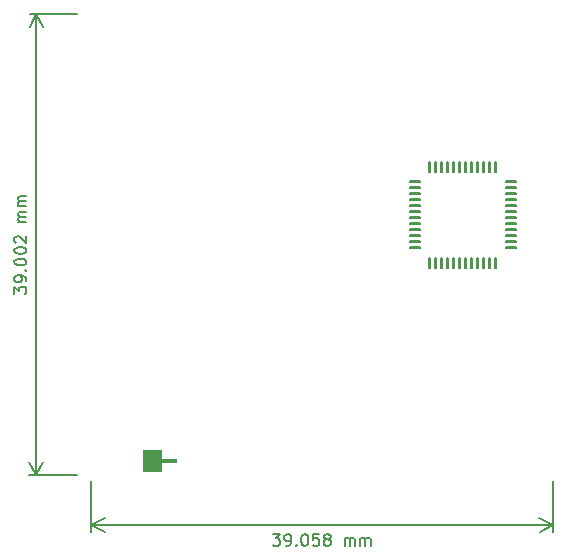
<source format=gbr>
G04 #@! TF.GenerationSoftware,KiCad,Pcbnew,5.1.7-a382d34a8~88~ubuntu18.04.1*
G04 #@! TF.CreationDate,2021-12-09T23:06:50+05:30*
G04 #@! TF.ProjectId,FrontEnd_switch_Normal_v2,46726f6e-7445-46e6-945f-737769746368,rev?*
G04 #@! TF.SameCoordinates,Original*
G04 #@! TF.FileFunction,OtherDrawing,Comment*
%FSLAX46Y46*%
G04 Gerber Fmt 4.6, Leading zero omitted, Abs format (unit mm)*
G04 Created by KiCad (PCBNEW 5.1.7-a382d34a8~88~ubuntu18.04.1) date 2021-12-09 23:06:50*
%MOMM*%
%LPD*%
G01*
G04 APERTURE LIST*
%ADD10C,0.150000*%
%ADD11C,0.010000*%
G04 APERTURE END LIST*
D10*
X111401211Y-123869265D02*
X112020259Y-123869185D01*
X111686975Y-124250181D01*
X111829832Y-124250162D01*
X111925076Y-124297769D01*
X111972702Y-124345382D01*
X112020333Y-124440614D01*
X112020364Y-124678709D01*
X111972757Y-124773953D01*
X111925145Y-124821578D01*
X111829913Y-124869210D01*
X111544198Y-124869247D01*
X111448954Y-124821640D01*
X111401329Y-124774027D01*
X112496579Y-124869123D02*
X112687055Y-124869098D01*
X112782287Y-124821467D01*
X112829900Y-124773842D01*
X112925120Y-124630972D01*
X112972714Y-124440490D01*
X112972664Y-124059537D01*
X112925033Y-123964305D01*
X112877408Y-123916693D01*
X112782163Y-123869086D01*
X112591687Y-123869111D01*
X112496455Y-123916742D01*
X112448843Y-123964367D01*
X112401236Y-124059612D01*
X112401267Y-124297707D01*
X112448898Y-124392939D01*
X112496524Y-124440552D01*
X112591768Y-124488158D01*
X112782244Y-124488133D01*
X112877476Y-124440502D01*
X112925089Y-124392877D01*
X112972695Y-124297633D01*
X113401329Y-124773767D02*
X113448954Y-124821380D01*
X113401341Y-124869005D01*
X113353716Y-124821392D01*
X113401329Y-124773767D01*
X113401341Y-124869005D01*
X114067878Y-123868919D02*
X114163116Y-123868906D01*
X114258360Y-123916513D01*
X114305985Y-123964126D01*
X114353617Y-124059358D01*
X114401261Y-124249828D01*
X114401292Y-124487923D01*
X114353697Y-124678405D01*
X114306091Y-124773650D01*
X114258478Y-124821275D01*
X114163246Y-124868906D01*
X114068008Y-124868919D01*
X113972764Y-124821312D01*
X113925138Y-124773699D01*
X113877507Y-124678467D01*
X113829863Y-124487997D01*
X113829832Y-124249902D01*
X113877426Y-124059420D01*
X113925033Y-123964175D01*
X113972646Y-123916550D01*
X114067878Y-123868919D01*
X115305973Y-123868758D02*
X114829783Y-123868820D01*
X114782225Y-124345016D01*
X114829838Y-124297391D01*
X114925070Y-124249760D01*
X115163165Y-124249729D01*
X115258410Y-124297335D01*
X115306035Y-124344948D01*
X115353666Y-124440180D01*
X115353697Y-124678275D01*
X115306091Y-124773520D01*
X115258478Y-124821145D01*
X115163246Y-124868776D01*
X114925151Y-124868807D01*
X114829906Y-124821200D01*
X114782281Y-124773588D01*
X115925076Y-124297249D02*
X115829832Y-124249642D01*
X115782207Y-124202029D01*
X115734575Y-124106797D01*
X115734569Y-124059178D01*
X115782176Y-123963934D01*
X115829789Y-123916309D01*
X115925021Y-123868677D01*
X116115497Y-123868652D01*
X116210741Y-123916259D01*
X116258366Y-123963872D01*
X116305998Y-124059104D01*
X116306004Y-124106723D01*
X116258397Y-124201967D01*
X116210784Y-124249592D01*
X116115553Y-124297224D01*
X115925076Y-124297249D01*
X115829844Y-124344880D01*
X115782232Y-124392505D01*
X115734625Y-124487749D01*
X115734650Y-124678226D01*
X115782281Y-124773458D01*
X115829906Y-124821070D01*
X115925151Y-124868677D01*
X116115627Y-124868652D01*
X116210859Y-124821021D01*
X116258472Y-124773396D01*
X116306078Y-124678151D01*
X116306053Y-124487675D01*
X116258422Y-124392443D01*
X116210797Y-124344830D01*
X116115553Y-124297224D01*
X117496579Y-124868473D02*
X117496493Y-124201806D01*
X117496505Y-124297044D02*
X117544118Y-124249419D01*
X117639350Y-124201787D01*
X117782207Y-124201769D01*
X117877451Y-124249376D01*
X117925083Y-124344607D01*
X117925151Y-124868417D01*
X117925083Y-124344607D02*
X117972689Y-124249363D01*
X118067921Y-124201732D01*
X118210778Y-124201713D01*
X118306023Y-124249320D01*
X118353654Y-124344552D01*
X118353722Y-124868361D01*
X118829913Y-124868299D02*
X118829826Y-124201633D01*
X118829838Y-124296871D02*
X118877451Y-124249245D01*
X118972683Y-124201614D01*
X119115540Y-124201595D01*
X119210784Y-124249202D01*
X119258416Y-124344434D01*
X119258484Y-124868244D01*
X119258416Y-124344434D02*
X119306023Y-124249190D01*
X119401254Y-124201558D01*
X119544112Y-124201540D01*
X119639356Y-124249146D01*
X119686987Y-124344378D01*
X119687055Y-124868188D01*
X96062800Y-123118880D02*
X135120380Y-123113800D01*
X96062313Y-119377452D02*
X96062876Y-123705301D01*
X135119893Y-119372372D02*
X135120456Y-123700221D01*
X135120380Y-123113800D02*
X133993953Y-123700367D01*
X135120380Y-123113800D02*
X133993800Y-122527526D01*
X96062800Y-123118880D02*
X97189380Y-123705154D01*
X96062800Y-123118880D02*
X97189227Y-122532313D01*
X89535221Y-103549780D02*
X89535785Y-102930732D01*
X89916434Y-103264413D01*
X89916564Y-103121556D01*
X89964270Y-103026361D01*
X90011932Y-102978785D01*
X90107214Y-102931253D01*
X90345309Y-102931470D01*
X90440504Y-102979176D01*
X90488079Y-103026839D01*
X90535611Y-103122120D01*
X90535351Y-103407834D01*
X90487645Y-103503029D01*
X90439983Y-103550605D01*
X90536219Y-102455454D02*
X90536393Y-102264978D01*
X90488861Y-102169696D01*
X90441285Y-102122034D01*
X90298515Y-102026665D01*
X90108082Y-101978873D01*
X89727130Y-101978525D01*
X89631848Y-102026058D01*
X89584186Y-102073633D01*
X89536480Y-102168828D01*
X89536306Y-102359304D01*
X89583839Y-102454585D01*
X89631414Y-102502248D01*
X89726609Y-102549954D01*
X89964704Y-102550171D01*
X90059985Y-102502639D01*
X90107648Y-102455063D01*
X90155354Y-102359868D01*
X90155527Y-102169392D01*
X90107995Y-102074111D01*
X90060420Y-102026448D01*
X89965225Y-101978742D01*
X90441806Y-101550605D02*
X90489468Y-101503030D01*
X90537044Y-101550692D01*
X90489382Y-101598268D01*
X90441806Y-101550605D01*
X90537044Y-101550692D01*
X89537652Y-100883114D02*
X89537739Y-100787876D01*
X89585445Y-100692681D01*
X89633107Y-100645106D01*
X89728389Y-100597574D01*
X89918908Y-100550128D01*
X90157004Y-100550345D01*
X90347436Y-100598138D01*
X90442631Y-100645844D01*
X90490207Y-100693506D01*
X90537739Y-100788788D01*
X90537652Y-100884026D01*
X90489946Y-100979220D01*
X90442284Y-101026796D01*
X90347002Y-101074328D01*
X90156483Y-101121774D01*
X89918387Y-101121557D01*
X89727955Y-101073764D01*
X89632760Y-101026058D01*
X89585185Y-100978396D01*
X89537652Y-100883114D01*
X89538521Y-99930734D02*
X89538608Y-99835495D01*
X89586313Y-99740301D01*
X89633976Y-99692725D01*
X89729257Y-99645193D01*
X89919777Y-99597748D01*
X90157872Y-99597965D01*
X90348305Y-99645757D01*
X90443499Y-99693463D01*
X90491075Y-99741126D01*
X90538607Y-99836407D01*
X90538520Y-99931645D01*
X90490814Y-100026840D01*
X90443152Y-100074416D01*
X90347870Y-100121948D01*
X90157351Y-100169393D01*
X89919256Y-100169176D01*
X89728823Y-100121383D01*
X89633628Y-100073677D01*
X89586053Y-100026015D01*
X89538521Y-99930734D01*
X89634410Y-99216535D02*
X89586834Y-99168873D01*
X89539302Y-99073591D01*
X89539519Y-98835496D01*
X89587225Y-98740301D01*
X89634888Y-98692726D01*
X89730169Y-98645193D01*
X89825407Y-98645280D01*
X89968221Y-98693030D01*
X90539128Y-99264979D01*
X90539693Y-98645932D01*
X90540778Y-97455456D02*
X89874112Y-97454848D01*
X89969350Y-97454935D02*
X89921774Y-97407272D01*
X89874242Y-97311991D01*
X89874372Y-97169134D01*
X89922078Y-97073939D01*
X90017359Y-97026407D01*
X90541169Y-97026885D01*
X90017359Y-97026407D02*
X89922165Y-96978701D01*
X89874633Y-96883420D01*
X89874763Y-96740563D01*
X89922469Y-96645368D01*
X90017750Y-96597836D01*
X90541559Y-96598313D01*
X90541994Y-96122123D02*
X89875327Y-96121515D01*
X89970565Y-96121602D02*
X89922990Y-96073940D01*
X89875457Y-95978658D01*
X89875588Y-95835801D01*
X89923294Y-95740606D01*
X90018575Y-95693074D01*
X90542384Y-95693552D01*
X90018575Y-95693074D02*
X89923380Y-95645368D01*
X89875848Y-95550087D01*
X89875978Y-95407230D01*
X89923684Y-95312035D01*
X90018966Y-95264503D01*
X90542775Y-95264981D01*
X91368880Y-118861840D02*
X91404440Y-79860140D01*
X94833859Y-118864999D02*
X90782460Y-118861305D01*
X94869419Y-79863299D02*
X90818020Y-79859605D01*
X91404440Y-79860140D02*
X91989833Y-80987178D01*
X91404440Y-79860140D02*
X90816992Y-80986109D01*
X91368880Y-118861840D02*
X91956328Y-117735871D01*
X91368880Y-118861840D02*
X90783487Y-117734802D01*
D11*
G36*
X100464000Y-118538000D02*
G01*
X101954000Y-118538000D01*
X101954000Y-117798000D01*
X103204000Y-117798000D01*
X103204000Y-117488000D01*
X101954000Y-117488000D01*
X101954000Y-116748000D01*
X100464000Y-116748000D01*
X100464000Y-118538000D01*
G37*
X100464000Y-118538000D02*
X101954000Y-118538000D01*
X101954000Y-117798000D01*
X103204000Y-117798000D01*
X103204000Y-117488000D01*
X101954000Y-117488000D01*
X101954000Y-116748000D01*
X100464000Y-116748000D01*
X100464000Y-118538000D01*
G36*
X100464000Y-118538000D02*
G01*
X101954000Y-118538000D01*
X101954000Y-117798000D01*
X103204000Y-117798000D01*
X103204000Y-117488000D01*
X101954000Y-117488000D01*
X101954000Y-116748000D01*
X100464000Y-116748000D01*
X100464000Y-118538000D01*
G37*
X100464000Y-118538000D02*
X101954000Y-118538000D01*
X101954000Y-117798000D01*
X103204000Y-117798000D01*
X103204000Y-117488000D01*
X101954000Y-117488000D01*
X101954000Y-116748000D01*
X100464000Y-116748000D01*
X100464000Y-118538000D01*
D10*
X131134000Y-99093700D02*
X131134000Y-99173700D01*
X131984000Y-99173700D01*
X131984000Y-99093700D01*
X131134000Y-99093700D01*
X130249000Y-92358700D02*
X130249000Y-93208700D01*
X130329000Y-93208700D01*
X130329000Y-92358700D01*
X130249000Y-92358700D01*
X129741000Y-92358700D02*
X129741000Y-93208700D01*
X129821000Y-93208700D01*
X129821000Y-92358700D01*
X129741000Y-92358700D01*
X129233000Y-92358700D02*
X129233000Y-93208700D01*
X129313000Y-93208700D01*
X129313000Y-92358700D01*
X129233000Y-92358700D01*
X128725000Y-92358700D02*
X128725000Y-93208700D01*
X128805000Y-93208700D01*
X128805000Y-92358700D01*
X128725000Y-92358700D01*
X128217000Y-92358700D02*
X128217000Y-93208700D01*
X128297000Y-93208700D01*
X128297000Y-92358700D01*
X128217000Y-92358700D01*
X127709000Y-92358700D02*
X127709000Y-93208700D01*
X127789000Y-93208700D01*
X127789000Y-92358700D01*
X127709000Y-92358700D01*
X127201000Y-92358700D02*
X127201000Y-93208700D01*
X127281000Y-93208700D01*
X127281000Y-92358700D01*
X127201000Y-92358700D01*
X126693000Y-92358700D02*
X126693000Y-93208700D01*
X126773000Y-93208700D01*
X126773000Y-92358700D01*
X126693000Y-92358700D01*
X126185000Y-92358700D02*
X126185000Y-93208700D01*
X126265000Y-93208700D01*
X126265000Y-92358700D01*
X126185000Y-92358700D01*
X125677000Y-92358700D02*
X125677000Y-93208700D01*
X125757000Y-93208700D01*
X125757000Y-92358700D01*
X125677000Y-92358700D01*
X125169000Y-92358700D02*
X125169000Y-93208700D01*
X125249000Y-93208700D01*
X125249000Y-92358700D01*
X125169000Y-92358700D01*
X124661000Y-92358700D02*
X124661000Y-93208700D01*
X124741000Y-93208700D01*
X124741000Y-92358700D01*
X124661000Y-92358700D01*
X123006000Y-94013700D02*
X123006000Y-94093700D01*
X123856000Y-94093700D01*
X123856000Y-94013700D01*
X123006000Y-94013700D01*
X123006000Y-94521700D02*
X123006000Y-94601700D01*
X123856000Y-94601700D01*
X123856000Y-94521700D01*
X123006000Y-94521700D01*
X123006000Y-95537700D02*
X123006000Y-95617700D01*
X123856000Y-95617700D01*
X123856000Y-95537700D01*
X123006000Y-95537700D01*
X123006000Y-96045700D02*
X123006000Y-96125700D01*
X123856000Y-96125700D01*
X123856000Y-96045700D01*
X123006000Y-96045700D01*
X123006000Y-96553700D02*
X123006000Y-96633700D01*
X123856000Y-96633700D01*
X123856000Y-96553700D01*
X123006000Y-96553700D01*
X123006000Y-97061700D02*
X123006000Y-97141700D01*
X123856000Y-97141700D01*
X123856000Y-97061700D01*
X123006000Y-97061700D01*
X123006000Y-97569700D02*
X123006000Y-97649700D01*
X123856000Y-97649700D01*
X123856000Y-97569700D01*
X123006000Y-97569700D01*
X123006000Y-98077700D02*
X123006000Y-98157700D01*
X123856000Y-98157700D01*
X123856000Y-98077700D01*
X123006000Y-98077700D01*
X123006000Y-98585700D02*
X123006000Y-98665700D01*
X123856000Y-98665700D01*
X123856000Y-98585700D01*
X123006000Y-98585700D01*
X123006000Y-99093700D02*
X123006000Y-99173700D01*
X123856000Y-99173700D01*
X123856000Y-99093700D01*
X123006000Y-99093700D01*
X123006000Y-99601700D02*
X123006000Y-99681700D01*
X123856000Y-99681700D01*
X123856000Y-99601700D01*
X123006000Y-99601700D01*
X125169000Y-100486700D02*
X125169000Y-101336700D01*
X125249000Y-101336700D01*
X125249000Y-100486700D01*
X125169000Y-100486700D01*
X125677000Y-100486700D02*
X125677000Y-101336700D01*
X125757000Y-101336700D01*
X125757000Y-100486700D01*
X125677000Y-100486700D01*
X126185000Y-100486700D02*
X126185000Y-101336700D01*
X126265000Y-101336700D01*
X126265000Y-100486700D01*
X126185000Y-100486700D01*
X126693000Y-100486700D02*
X126693000Y-101336700D01*
X126773000Y-101336700D01*
X126773000Y-100486700D01*
X126693000Y-100486700D01*
X127201000Y-100486700D02*
X127201000Y-101336700D01*
X127281000Y-101336700D01*
X127281000Y-100486700D01*
X127201000Y-100486700D01*
X127709000Y-100486700D02*
X127709000Y-101336700D01*
X127789000Y-101336700D01*
X127789000Y-100486700D01*
X127709000Y-100486700D01*
X128217000Y-100486700D02*
X128217000Y-101336700D01*
X128297000Y-101336700D01*
X128297000Y-100486700D01*
X128217000Y-100486700D01*
X128725000Y-100486700D02*
X128725000Y-101336700D01*
X128805000Y-101336700D01*
X128805000Y-100486700D01*
X128725000Y-100486700D01*
X129233000Y-100486700D02*
X129233000Y-101336700D01*
X129313000Y-101336700D01*
X129313000Y-100486700D01*
X129233000Y-100486700D01*
X129741000Y-100486700D02*
X129741000Y-101336700D01*
X129821000Y-101336700D01*
X129821000Y-100486700D01*
X129741000Y-100486700D01*
X130249000Y-100486700D02*
X130249000Y-101336700D01*
X130329000Y-101336700D01*
X130329000Y-100486700D01*
X130249000Y-100486700D01*
X131134000Y-99601700D02*
X131134000Y-99681700D01*
X131984000Y-99681700D01*
X131984000Y-99601700D01*
X131134000Y-99601700D01*
X131134000Y-98585700D02*
X131134000Y-98665700D01*
X131984000Y-98665700D01*
X131984000Y-98585700D01*
X131134000Y-98585700D01*
X131134000Y-98077700D02*
X131134000Y-98157700D01*
X131984000Y-98157700D01*
X131984000Y-98077700D01*
X131134000Y-98077700D01*
X131134000Y-97569700D02*
X131134000Y-97649700D01*
X131984000Y-97649700D01*
X131984000Y-97569700D01*
X131134000Y-97569700D01*
X131134000Y-97061700D02*
X131134000Y-97141700D01*
X131984000Y-97141700D01*
X131984000Y-97061700D01*
X131134000Y-97061700D01*
X131134000Y-96553700D02*
X131134000Y-96633700D01*
X131984000Y-96633700D01*
X131984000Y-96553700D01*
X131134000Y-96553700D01*
X131134000Y-96045700D02*
X131134000Y-96125700D01*
X131984000Y-96125700D01*
X131984000Y-96045700D01*
X131134000Y-96045700D01*
X131134000Y-95537700D02*
X131134000Y-95617700D01*
X131984000Y-95617700D01*
X131984000Y-95537700D01*
X131134000Y-95537700D01*
X131134000Y-95029700D02*
X131134000Y-95109700D01*
X131984000Y-95109700D01*
X131984000Y-95029700D01*
X131134000Y-95029700D01*
X131134000Y-94521700D02*
X131134000Y-94601700D01*
X131984000Y-94601700D01*
X131984000Y-94521700D01*
X131134000Y-94521700D01*
X131134000Y-94013700D02*
X131134000Y-94093700D01*
X131984000Y-94093700D01*
X131984000Y-94013700D01*
X131134000Y-94013700D01*
X124661000Y-100486700D02*
X124661000Y-101336700D01*
X124741000Y-101336700D01*
X124741000Y-100486700D01*
X124661000Y-100486700D01*
X123006000Y-95029700D02*
X123006000Y-95109700D01*
X123856000Y-95109700D01*
X123856000Y-95029700D01*
X123006000Y-95029700D01*
M02*

</source>
